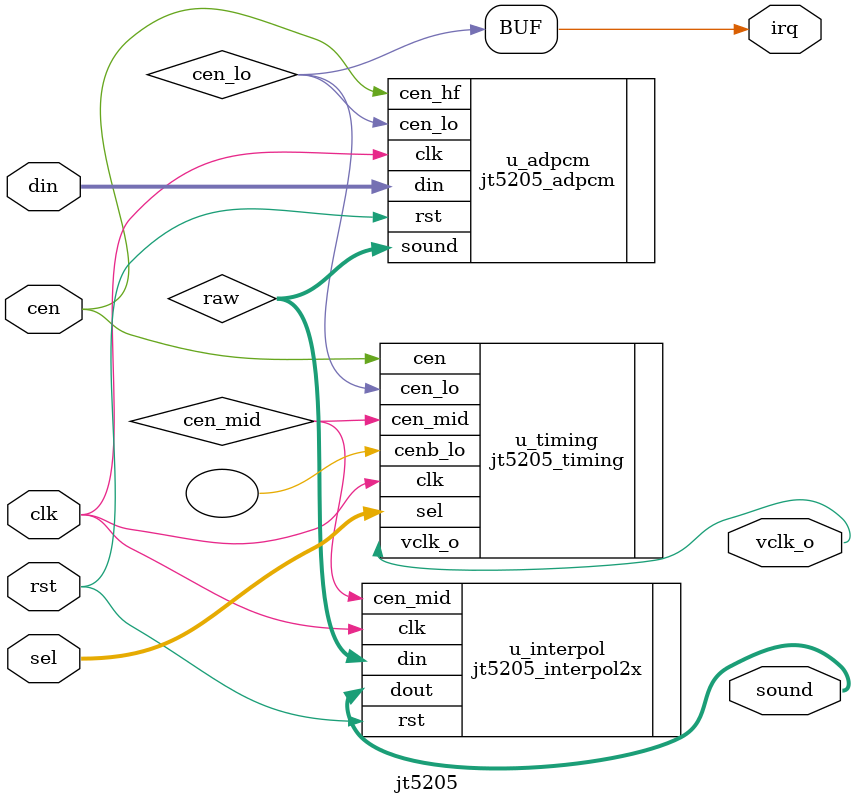
<source format=v>
/*  This file is part of JT5205.
    JT5205 program is free software: you can redistribute it and/or modify
    it under the terms of the GNU General Public License as published by
    the Free Software Foundation, either version 3 of the License, or
    (at your option) any later version.

    JT5205 program is distributed in the hope that it will be useful,
    but WITHOUT ANY WARRANTY; without even the implied warranty of
    MERCHANTABILITY or FITNESS FOR A PARTICULAR PURPOSE.  See the
    GNU General Public License for more details.

    You should have received a copy of the GNU General Public License
    along with JT5205.  If not, see <http://www.gnu.org/licenses/>.

    Author: Jose Tejada Gomez. Twitter: @topapate
    Version: 1.0
    Date: 30-10-2019 */

module jt5205(
    input                  rst,
    input                  clk,
    input                  cen /* direct_enable */,        
    input         [ 1:0]   sel,        // s pin
    input         [ 3:0]   din,
    output signed [11:0]   sound,
    // This output pin is not part of MSM5205 I/O
    // It helps integrating the system as it produces
    // a strobe
    // at the internal clock divider pace
    output                 irq,
    output                 vclk_o
);

wire               cen_lo, cen_mid;
wire signed [11:0] raw;

assign irq=cen_lo; // Notice that irq is active even if rst is high. This is
    // important for games such as Tora e no michi.

jt5205_timing u_timing(
    .clk    ( clk       ),
    .cen    ( cen       ),
    .sel    ( sel       ),
    .cen_lo ( cen_lo    ),
    .cen_mid( cen_mid   ),
    .cenb_lo(           ),
    .vclk_o (vclk_o     )
);

jt5205_adpcm u_adpcm(
    .rst    ( rst       ),
    .clk    ( clk       ),
    .cen_lo ( cen_lo    ),
    .cen_hf ( cen       ),
    .din    ( din       ),
    .sound  ( raw       )
);

jt5205_interpol2x u_interpol(
    .rst    ( rst       ),
    .clk    ( clk       ),
    .cen_mid( cen_mid   ),
    .din    ( raw       ),
    .dout   ( sound     )
);

endmodule
</source>
